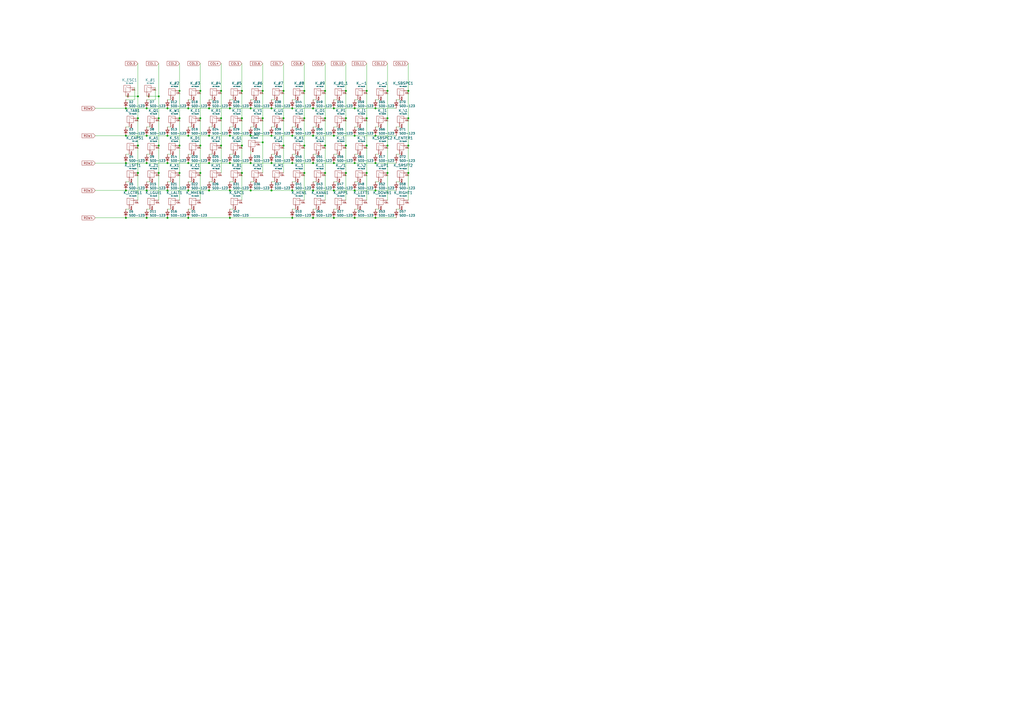
<source format=kicad_sch>
(kicad_sch (version 20230121) (generator eeschema)
  (paper "A2")
  (junction (at 85.09 126.365))
  (junction (at 176.53 100.33))
  (junction (at 133.35 62.865))
  (junction (at 236.855 84.455))
  (junction (at 217.805 126.365))
  (junction (at 157.48 78.74))
  (junction (at 200.66 52.705))
  (junction (at 145.415 94.615))
  (junction (at 188.595 52.705))
  (junction (at 212.725 84.455))
  (junction (at 169.545 94.615))
  (junction (at 73.025 62.865))
  (junction (at 73.025 78.74))
  (junction (at 169.545 78.74))
  (junction (at 157.48 94.615))
  (junction (at 92.075 68.58))
  (junction (at 193.675 110.49))
  (junction (at 205.74 62.865))
  (junction (at 104.14 84.455))
  (junction (at 80.01 55.88))
  (junction (at 181.61 126.365))
  (junction (at 121.285 78.74))
  (junction (at 140.335 52.705))
  (junction (at 121.285 94.615))
  (junction (at 236.855 100.33))
  (junction (at 128.27 68.58))
  (junction (at 121.285 110.49))
  (junction (at 104.14 68.58))
  (junction (at 97.155 110.49))
  (junction (at 121.285 62.865))
  (junction (at 205.74 110.49))
  (junction (at 217.805 94.615))
  (junction (at 152.4 68.58))
  (junction (at 109.22 110.49))
  (junction (at 92.075 100.33))
  (junction (at 109.22 94.615))
  (junction (at 217.805 110.49))
  (junction (at 92.075 84.455))
  (junction (at 145.415 62.865))
  (junction (at 224.79 84.455))
  (junction (at 128.27 52.705))
  (junction (at 116.205 52.705))
  (junction (at 205.74 126.365))
  (junction (at 140.335 84.455))
  (junction (at 109.22 62.865))
  (junction (at 181.61 78.74))
  (junction (at 224.79 52.705))
  (junction (at 205.74 78.74))
  (junction (at 133.35 126.365))
  (junction (at 80.01 84.455))
  (junction (at 104.14 100.33))
  (junction (at 133.35 94.615))
  (junction (at 157.48 110.49))
  (junction (at 193.675 62.865))
  (junction (at 181.61 62.865))
  (junction (at 109.22 78.74))
  (junction (at 164.465 68.58))
  (junction (at 92.075 55.88))
  (junction (at 145.415 78.74))
  (junction (at 145.415 110.49))
  (junction (at 116.205 100.33))
  (junction (at 85.09 110.49))
  (junction (at 97.155 62.865))
  (junction (at 116.205 84.455))
  (junction (at 164.465 52.705))
  (junction (at 85.09 94.615))
  (junction (at 200.66 84.455))
  (junction (at 133.35 78.74))
  (junction (at 188.595 84.455))
  (junction (at 200.66 68.58))
  (junction (at 157.48 62.865))
  (junction (at 181.61 94.615))
  (junction (at 152.4 82.55))
  (junction (at 97.155 126.365))
  (junction (at 97.155 78.74))
  (junction (at 188.595 68.58))
  (junction (at 152.4 52.705))
  (junction (at 85.09 62.865))
  (junction (at 224.79 68.58))
  (junction (at 176.53 84.455))
  (junction (at 80.01 68.58))
  (junction (at 85.09 78.74))
  (junction (at 193.675 94.615))
  (junction (at 236.855 68.58))
  (junction (at 176.53 68.58))
  (junction (at 193.675 78.74))
  (junction (at 236.855 52.705))
  (junction (at 73.025 110.49))
  (junction (at 116.205 68.58))
  (junction (at 97.155 94.615))
  (junction (at 169.545 62.865))
  (junction (at 128.27 84.455))
  (junction (at 212.725 68.58))
  (junction (at 133.35 110.49))
  (junction (at 224.79 100.33))
  (junction (at 169.545 110.49))
  (junction (at 212.725 100.33))
  (junction (at 193.675 126.365))
  (junction (at 217.805 62.865))
  (junction (at 109.22 126.365))
  (junction (at 205.74 94.615))
  (junction (at 169.545 126.365))
  (junction (at 140.335 100.33))
  (junction (at 164.465 84.455))
  (junction (at 104.14 52.705))
  (junction (at 200.66 100.33))
  (junction (at 140.335 68.58))
  (junction (at 80.01 100.33))
  (junction (at 212.725 52.705))
  (junction (at 73.025 126.365))
  (junction (at 181.61 110.49))
  (junction (at 217.805 78.74))
  (junction (at 176.53 52.705))
  (junction (at 73.025 94.615))
  (junction (at 188.595 100.33))
  (wire (pts (xy 164.465 100.33) (xy 164.465 84.455)))
  (wire (pts (xy 73.025 110.49) (xy 85.09 110.49)))
  (wire (pts (xy 140.335 36.83) (xy 140.335 52.705)))
  (wire (pts (xy 224.79 100.33) (xy 224.79 116.205)))
  (wire (pts (xy 169.545 89.535) (xy 171.45 89.535)))
  (wire (pts (xy 145.415 105.41) (xy 147.32 105.41)))
  (wire (pts (xy 104.14 100.33) (xy 104.14 116.205)))
  (wire (pts (xy 145.415 94.615) (xy 133.35 94.615)))
  (wire (pts (xy 169.545 121.285) (xy 171.45 121.285)))
  (wire (pts (xy 169.545 110.49) (xy 181.61 110.49)))
  (wire (pts (xy 92.075 68.58) (xy 92.075 84.455)))
  (wire (pts (xy 92.075 100.33) (xy 92.075 116.205)))
  (wire (pts (xy 181.61 78.74) (xy 169.545 78.74)))
  (wire (pts (xy 181.61 121.285) (xy 183.515 121.285)))
  (wire (pts (xy 121.285 78.74) (xy 109.22 78.74)))
  (wire (pts (xy 97.155 94.615) (xy 85.09 94.615)))
  (wire (pts (xy 212.725 100.33) (xy 212.725 116.205)))
  (wire (pts (xy 195.58 105.41) (xy 193.675 105.41)))
  (wire (pts (xy 73.025 94.615) (xy 55.245 94.615)))
  (wire (pts (xy 85.09 62.865) (xy 97.155 62.865)))
  (wire (pts (xy 97.155 105.41) (xy 99.06 105.41)))
  (wire (pts (xy 97.155 62.865) (xy 109.22 62.865)))
  (wire (pts (xy 85.09 73.66) (xy 86.995 73.66)))
  (wire (pts (xy 97.155 57.785) (xy 99.06 57.785)))
  (wire (pts (xy 152.4 52.705) (xy 152.4 36.83)))
  (wire (pts (xy 152.4 68.58) (xy 152.4 52.705)))
  (wire (pts (xy 97.155 110.49) (xy 109.22 110.49)))
  (wire (pts (xy 236.855 36.83) (xy 236.855 52.705)))
  (wire (pts (xy 193.675 126.365) (xy 205.74 126.365)))
  (wire (pts (xy 80.01 36.83) (xy 80.01 55.88)))
  (wire (pts (xy 128.27 84.455) (xy 128.27 100.33)))
  (wire (pts (xy 85.09 105.41) (xy 86.995 105.41)))
  (wire (pts (xy 188.595 68.58) (xy 188.595 84.455)))
  (wire (pts (xy 121.285 94.615) (xy 109.22 94.615)))
  (wire (pts (xy 92.075 100.33) (xy 92.075 84.455)))
  (wire (pts (xy 121.285 73.66) (xy 123.19 73.66)))
  (wire (pts (xy 205.74 110.49) (xy 217.805 110.49)))
  (wire (pts (xy 236.855 52.705) (xy 236.855 68.58)))
  (wire (pts (xy 217.805 94.615) (xy 205.74 94.615)))
  (wire (pts (xy 205.74 126.365) (xy 217.805 126.365)))
  (wire (pts (xy 116.205 36.83) (xy 116.205 52.705)))
  (wire (pts (xy 217.805 105.41) (xy 219.71 105.41)))
  (wire (pts (xy 92.075 36.83) (xy 92.075 55.88)))
  (wire (pts (xy 224.79 68.58) (xy 224.79 84.455)))
  (wire (pts (xy 73.025 89.535) (xy 74.93 89.535)))
  (wire (pts (xy 224.79 84.455) (xy 224.79 100.33)))
  (wire (pts (xy 97.155 89.535) (xy 99.06 89.535)))
  (wire (pts (xy 150.495 82.55) (xy 152.4 82.55)))
  (wire (pts (xy 164.465 52.705) (xy 164.465 68.58)))
  (wire (pts (xy 229.87 89.535) (xy 231.775 89.535)))
  (wire (pts (xy 104.14 52.705) (xy 104.14 36.83)))
  (wire (pts (xy 133.35 94.615) (xy 121.285 94.615)))
  (wire (pts (xy 104.14 84.455) (xy 104.14 68.58)))
  (wire (pts (xy 181.61 73.66) (xy 183.515 73.66)))
  (wire (pts (xy 133.35 126.365) (xy 169.545 126.365)))
  (wire (pts (xy 109.22 78.74) (xy 97.155 78.74)))
  (wire (pts (xy 133.35 78.74) (xy 121.285 78.74)))
  (wire (pts (xy 212.725 100.33) (xy 212.725 84.455)))
  (wire (pts (xy 97.155 78.74) (xy 85.09 78.74)))
  (wire (pts (xy 176.53 100.33) (xy 176.53 116.205)))
  (wire (pts (xy 85.09 57.785) (xy 90.17 57.785)))
  (wire (pts (xy 224.79 68.58) (xy 224.79 52.705)))
  (wire (pts (xy 80.01 84.455) (xy 80.01 100.33)))
  (wire (pts (xy 205.74 89.535) (xy 207.645 89.535)))
  (wire (pts (xy 176.53 68.58) (xy 176.53 52.705)))
  (wire (pts (xy 121.285 110.49) (xy 133.35 110.49)))
  (wire (pts (xy 73.025 55.88) (xy 80.01 55.88)))
  (wire (pts (xy 157.48 89.535) (xy 159.385 89.535)))
  (wire (pts (xy 145.415 57.785) (xy 147.32 57.785)))
  (wire (pts (xy 85.09 94.615) (xy 73.025 94.615)))
  (wire (pts (xy 193.675 110.49) (xy 205.74 110.49)))
  (wire (pts (xy 193.675 73.66) (xy 195.58 73.66)))
  (wire (pts (xy 217.805 89.535) (xy 219.71 89.535)))
  (wire (pts (xy 193.675 89.535) (xy 195.58 89.535)))
  (wire (pts (xy 116.205 52.705) (xy 116.205 68.58)))
  (wire (pts (xy 217.805 110.49) (xy 229.87 110.49)))
  (wire (pts (xy 80.01 68.58) (xy 80.01 84.455)))
  (wire (pts (xy 169.545 73.66) (xy 171.45 73.66)))
  (wire (pts (xy 200.66 100.33) (xy 200.66 116.205)))
  (wire (pts (xy 73.025 110.49) (xy 55.245 110.49)))
  (wire (pts (xy 128.27 52.705) (xy 128.27 36.83)))
  (wire (pts (xy 97.155 73.66) (xy 99.06 73.66)))
  (wire (pts (xy 212.725 52.705) (xy 212.725 68.58)))
  (wire (pts (xy 169.545 105.41) (xy 171.45 105.41)))
  (wire (pts (xy 109.22 105.41) (xy 111.125 105.41)))
  (wire (pts (xy 133.35 62.865) (xy 145.415 62.865)))
  (wire (pts (xy 73.025 78.74) (xy 55.245 78.74)))
  (wire (pts (xy 193.675 94.615) (xy 181.61 94.615)))
  (wire (pts (xy 109.22 73.66) (xy 111.125 73.66)))
  (wire (pts (xy 133.35 110.49) (xy 145.415 110.49)))
  (wire (pts (xy 152.4 82.55) (xy 152.4 100.33)))
  (wire (pts (xy 217.805 73.66) (xy 219.71 73.66)))
  (wire (pts (xy 181.61 110.49) (xy 193.675 110.49)))
  (wire (pts (xy 97.155 126.365) (xy 109.22 126.365)))
  (wire (pts (xy 109.22 110.49) (xy 121.285 110.49)))
  (wire (pts (xy 169.545 94.615) (xy 157.48 94.615)))
  (wire (pts (xy 133.35 73.66) (xy 135.255 73.66)))
  (wire (pts (xy 109.22 94.615) (xy 97.155 94.615)))
  (wire (pts (xy 200.66 84.455) (xy 200.66 100.33)))
  (wire (pts (xy 193.675 78.74) (xy 181.61 78.74)))
  (wire (pts (xy 116.205 100.33) (xy 116.205 84.455)))
  (wire (pts (xy 169.545 62.865) (xy 181.61 62.865)))
  (wire (pts (xy 176.53 52.705) (xy 176.53 36.83)))
  (wire (pts (xy 157.48 73.66) (xy 159.385 73.66)))
  (wire (pts (xy 229.87 94.615) (xy 217.805 94.615)))
  (wire (pts (xy 145.415 87.63) (xy 145.415 89.535)))
  (wire (pts (xy 188.595 52.705) (xy 188.595 68.58)))
  (wire (pts (xy 73.025 57.785) (xy 78.105 57.785)))
  (wire (pts (xy 205.74 105.41) (xy 207.645 105.41)))
  (wire (pts (xy 133.35 105.41) (xy 135.255 105.41)))
  (wire (pts (xy 121.285 62.865) (xy 133.35 62.865)))
  (wire (pts (xy 92.075 55.88) (xy 92.075 68.58)))
  (wire (pts (xy 193.675 121.285) (xy 195.58 121.285)))
  (wire (pts (xy 140.335 52.705) (xy 140.335 68.58)))
  (wire (pts (xy 188.595 100.33) (xy 188.595 116.205)))
  (wire (pts (xy 217.805 62.865) (xy 229.87 62.865)))
  (wire (pts (xy 121.285 89.535) (xy 123.19 89.535)))
  (wire (pts (xy 133.35 57.785) (xy 135.255 57.785)))
  (wire (pts (xy 181.61 57.785) (xy 183.515 57.785)))
  (wire (pts (xy 109.22 121.285) (xy 111.125 121.285)))
  (wire (pts (xy 181.61 126.365) (xy 193.675 126.365)))
  (wire (pts (xy 157.48 110.49) (xy 169.545 110.49)))
  (wire (pts (xy 217.805 78.74) (xy 205.74 78.74)))
  (wire (pts (xy 205.74 78.74) (xy 193.675 78.74)))
  (wire (pts (xy 78.105 50.8) (xy 78.105 57.785)))
  (wire (pts (xy 55.245 62.865) (xy 73.025 62.865)))
  (wire (pts (xy 188.595 36.83) (xy 188.595 52.705)))
  (wire (pts (xy 229.87 57.785) (xy 231.775 57.785)))
  (wire (pts (xy 104.14 68.58) (xy 104.14 52.705)))
  (wire (pts (xy 205.74 62.865) (xy 217.805 62.865)))
  (wire (pts (xy 145.415 73.66) (xy 147.32 73.66)))
  (wire (pts (xy 73.025 73.66) (xy 74.93 73.66)))
  (wire (pts (xy 85.09 110.49) (xy 97.155 110.49)))
  (wire (pts (xy 212.725 36.83) (xy 212.725 52.705)))
  (wire (pts (xy 217.805 126.365) (xy 229.87 126.365)))
  (wire (pts (xy 80.01 116.205) (xy 80.01 100.33)))
  (wire (pts (xy 205.74 121.285) (xy 207.645 121.285)))
  (wire (pts (xy 157.48 105.41) (xy 159.385 105.41)))
  (wire (pts (xy 236.855 84.455) (xy 236.855 100.33)))
  (wire (pts (xy 121.285 57.785) (xy 123.19 57.785)))
  (wire (pts (xy 200.66 52.705) (xy 200.66 36.83)))
  (wire (pts (xy 121.285 105.41) (xy 123.19 105.41)))
  (wire (pts (xy 236.855 100.33) (xy 236.855 116.205)))
  (wire (pts (xy 176.53 84.455) (xy 176.53 68.58)))
  (wire (pts (xy 236.855 68.58) (xy 236.855 84.455)))
  (wire (pts (xy 229.87 78.74) (xy 217.805 78.74)))
  (wire (pts (xy 133.35 89.535) (xy 135.255 89.535)))
  (wire (pts (xy 90.17 50.8) (xy 90.17 57.785)))
  (wire (pts (xy 181.61 94.615) (xy 169.545 94.615)))
  (wire (pts (xy 157.48 62.865) (xy 169.545 62.865)))
  (wire (pts (xy 145.415 62.865) (xy 157.48 62.865)))
  (wire (pts (xy 73.025 121.285) (xy 74.93 121.285)))
  (wire (pts (xy 224.79 52.705) (xy 224.79 36.83)))
  (wire (pts (xy 157.48 78.74) (xy 145.415 78.74)))
  (wire (pts (xy 200.66 68.58) (xy 200.66 52.705)))
  (wire (pts (xy 217.805 57.785) (xy 219.71 57.785)))
  (wire (pts (xy 85.09 78.74) (xy 73.025 78.74)))
  (wire (pts (xy 188.595 100.33) (xy 188.595 84.455)))
  (wire (pts (xy 133.35 121.285) (xy 135.255 121.285)))
  (wire (pts (xy 109.22 62.865) (xy 121.285 62.865)))
  (wire (pts (xy 205.74 94.615) (xy 193.675 94.615)))
  (wire (pts (xy 205.74 73.66) (xy 207.645 73.66)))
  (wire (pts (xy 193.675 57.785) (xy 195.58 57.785)))
  (wire (pts (xy 140.335 100.33) (xy 140.335 116.205)))
  (wire (pts (xy 109.22 126.365) (xy 133.35 126.365)))
  (wire (pts (xy 157.48 57.785) (xy 159.385 57.785)))
  (wire (pts (xy 97.155 121.285) (xy 99.06 121.285)))
  (wire (pts (xy 109.22 89.535) (xy 111.125 89.535)))
  (wire (pts (xy 181.61 89.535) (xy 183.515 89.535)))
  (wire (pts (xy 229.87 121.285) (xy 231.775 121.285)))
  (wire (pts (xy 200.66 84.455) (xy 200.66 68.58)))
  (wire (pts (xy 85.09 55.88) (xy 92.075 55.88)))
  (wire (pts (xy 128.27 68.58) (xy 128.27 52.705)))
  (wire (pts (xy 145.415 110.49) (xy 157.48 110.49)))
  (wire (pts (xy 212.725 68.58) (xy 212.725 84.455)))
  (wire (pts (xy 85.09 126.365) (xy 97.155 126.365)))
  (wire (pts (xy 73.025 126.365) (xy 55.245 126.365)))
  (wire (pts (xy 217.805 121.285) (xy 219.71 121.285)))
  (wire (pts (xy 229.87 105.41) (xy 231.775 105.41)))
  (wire (pts (xy 164.465 68.58) (xy 164.465 84.455)))
  (wire (pts (xy 183.515 105.41) (xy 181.61 105.41)))
  (wire (pts (xy 205.74 57.785) (xy 207.645 57.785)))
  (wire (pts (xy 164.465 36.83) (xy 164.465 52.705)))
  (wire (pts (xy 128.27 84.455) (xy 128.27 68.58)))
  (wire (pts (xy 116.205 100.33) (xy 116.205 116.205)))
  (wire (pts (xy 169.545 78.74) (xy 157.48 78.74)))
  (wire (pts (xy 80.01 55.88) (xy 80.01 68.58)))
  (wire (pts (xy 140.335 68.58) (xy 140.335 84.455)))
  (wire (pts (xy 229.87 73.66) (xy 231.775 73.66)))
  (wire (pts (xy 152.4 68.58) (xy 152.4 82.55)))
  (wire (pts (xy 73.025 105.41) (xy 74.93 105.41)))
  (wire (pts (xy 85.09 121.285) (xy 86.995 121.285)))
  (wire (pts (xy 145.415 78.74) (xy 133.35 78.74)))
  (wire (pts (xy 73.025 62.865) (xy 85.09 62.865)))
  (wire (pts (xy 157.48 94.615) (xy 145.415 94.615)))
  (wire (pts (xy 85.09 89.535) (xy 86.995 89.535)))
  (wire (pts (xy 104.14 84.455) (xy 104.14 100.33)))
  (wire (pts (xy 169.545 57.785) (xy 171.45 57.785)))
  (wire (pts (xy 109.22 57.785) (xy 111.125 57.785)))
  (wire (pts (xy 140.335 84.455) (xy 140.335 100.33)))
  (wire (pts (xy 169.545 126.365) (xy 181.61 126.365)))
  (wire (pts (xy 193.675 62.865) (xy 205.74 62.865)))
  (wire (pts (xy 176.53 84.455) (xy 176.53 100.33)))
  (wire (pts (xy 116.205 68.58) (xy 116.205 84.455)))
  (wire (pts (xy 181.61 62.865) (xy 193.675 62.865)))
  (wire (pts (xy 73.025 126.365) (xy 85.09 126.365)))
  (global_label "COL1" (shape input) (at 92.075 36.83 180) (property "Intersheetrefs" "${INTERSHEET_REFS}" (effects hide)))
  (global_label "COL9" (shape input) (at 188.595 36.83 180) (property "Intersheetrefs" "${INTERSHEET_REFS}" (effects hide)))
  (global_label "COL4" (shape input) (at 128.27 36.83 180) (property "Intersheetrefs" "${INTERSHEET_REFS}" (effects hide)))
  (global_label "COL3" (shape input) (at 116.205 36.83 180) (property "Intersheetrefs" "${INTERSHEET_REFS}" (effects hide)))
  (global_label "COL11" (shape input) (at 212.725 36.83 180) (property "Intersheetrefs" "${INTERSHEET_REFS}" (effects hide)))
  (global_label "COL8" (shape input) (at 176.53 36.83 180) (property "Intersheetrefs" "${INTERSHEET_REFS}" (effects hide)))
  (global_label "COL13" (shape input) (at 236.855 36.83 180) (property "Intersheetrefs" "${INTERSHEET_REFS}" (effects hide)))
  (global_label "COL2" (shape input) (at 104.14 36.83 180) (property "Intersheetrefs" "${INTERSHEET_REFS}" (effects hide)))
  (global_label "ROW4" (shape input) (at 55.245 126.365 180) (property "Intersheetrefs" "${INTERSHEET_REFS}" (effects hide)))
  (global_label "ROW1" (shape input) (at 55.245 78.74 180) (property "Intersheetrefs" "${INTERSHEET_REFS}" (effects hide)))
  (global_label "COL0" (shape input) (at 80.01 36.83 180) (property "Intersheetrefs" "${INTERSHEET_REFS}" (effects hide)))
  (global_label "COL7" (shape input) (at 164.465 36.83 180) (property "Intersheetrefs" "${INTERSHEET_REFS}" (effects hide)))
  (global_label "COL6" (shape input) (at 152.4 36.83 180) (property "Intersheetrefs" "${INTERSHEET_REFS}" (effects hide)))
  (global_label "ROW3" (shape input) (at 55.245 110.49 180) (property "Intersheetrefs" "${INTERSHEET_REFS}" (effects hide)))
  (global_label "ROW2" (shape input) (at 55.245 94.615 180) (property "Intersheetrefs" "${INTERSHEET_REFS}" (effects hide)))
  (global_label "COL12" (shape input) (at 224.79 36.83 180) (property "Intersheetrefs" "${INTERSHEET_REFS}" (effects hide)))
  (global_label "COL10" (shape input) (at 200.66 36.83 180) (property "Intersheetrefs" "${INTERSHEET_REFS}" (effects hide)))
  (global_label "COL5" (shape input) (at 140.335 36.83 180) (property "Intersheetrefs" "${INTERSHEET_REFS}" (effects hide)))
  (global_label "ROW0" (shape input) (at 55.245 62.865 180) (property "Intersheetrefs" "${INTERSHEET_REFS}" (effects hide)))
  (symbol (lib_id "JP60-rescue:MX-NoLED-MX_Alps_Hybrid") (at 74.295 52.07 0) (unit 1)
    (property "Reference" "K_ESC1" (at 75.1332 46.4058 0) (effects (font (size 1.524 1.524))))
    (property "Value" "MX-NoLED" (at 75.1332 48.2854 0) (effects (font (size 0.508 0.508))))
    (property "Footprint" "kbd_SW:CherryMX_Hotswap_1u" (effects hide))
  )
  (symbol (lib_id "Device:D_Small") (at 73.025 60.325 90) (unit 1)
    (property "Reference" "D2" (at 74.7522 59.1566 90) (effects (justify right)))
    (property "Value" "SOD-123" (at 74.7522 61.468 90) (effects (justify right)))
    (property "Footprint" "Diode_SMD:D_SOD-123" (effects hide))
  )
  (symbol (lib_id "JP60-rescue:MX-NoLED-MX_Alps_Hybrid") (at 86.36 52.07 0) (unit 1)
    (property "Reference" "K_#1" (at 87.1982 46.4058 0) (effects (font (size 1.524 1.524))))
    (property "Value" "MX-NoLED" (at 87.1982 48.2854 0) (effects (font (size 0.508 0.508))))
    (property "Footprint" "kbd_SW:CherryMX_Hotswap_1u" (effects hide))
  )
  (symbol (lib_id "Device:D_Small") (at 85.09 60.325 90) (unit 1)
    (property "Reference" "D7" (at 86.8172 59.1566 90) (effects (justify right)))
    (property "Value" "SOD-123" (at 86.8172 61.468 90) (effects (justify right)))
    (property "Footprint" "Diode_SMD:D_SOD-123" (effects hide))
  )
  (symbol (lib_id "JP60-rescue:MX-NoLED-MX_Alps_Hybrid") (at 100.33 53.975 0) (unit 1)
    (property "Reference" "K_#2" (at 101.1682 48.3108 0) (effects (font (size 1.524 1.524))))
    (property "Value" "MX-NoLED" (at 101.1682 50.1904 0) (effects (font (size 0.508 0.508))))
    (property "Footprint" "kbd_SW:CherryMX_Hotswap_1u" (effects hide))
  )
  (symbol (lib_id "Device:D_Small") (at 97.155 60.325 90) (unit 1)
    (property "Reference" "D12" (at 98.8822 59.1566 90) (effects (justify right)))
    (property "Value" "SOD-123" (at 98.8822 61.468 90) (effects (justify right)))
    (property "Footprint" "Diode_SMD:D_SOD-123" (effects hide))
  )
  (symbol (lib_id "JP60-rescue:MX-NoLED-MX_Alps_Hybrid") (at 112.395 53.975 0) (unit 1)
    (property "Reference" "K_#3" (at 113.2332 48.3108 0) (effects (font (size 1.524 1.524))))
    (property "Value" "MX-NoLED" (at 113.2332 50.1904 0) (effects (font (size 0.508 0.508))))
    (property "Footprint" "kbd_SW:CherryMX_Hotswap_1u" (effects hide))
  )
  (symbol (lib_id "Device:D_Small") (at 109.22 60.325 90) (unit 1)
    (property "Reference" "D18" (at 110.9472 59.1566 90) (effects (justify right)))
    (property "Value" "SOD-123" (at 110.9472 61.468 90) (effects (justify right)))
    (property "Footprint" "Diode_SMD:D_SOD-123" (effects hide))
  )
  (symbol (lib_id "JP60-rescue:MX-NoLED-MX_Alps_Hybrid") (at 124.46 53.975 0) (unit 1)
    (property "Reference" "K_#4" (at 125.2982 48.3108 0) (effects (font (size 1.524 1.524))))
    (property "Value" "MX-NoLED" (at 125.2982 50.1904 0) (effects (font (size 0.508 0.508))))
    (property "Footprint" "kbd_SW:CherryMX_Hotswap_1u" (effects hide))
  )
  (symbol (lib_id "Device:D_Small") (at 121.285 60.325 90) (unit 1)
    (property "Reference" "D23" (at 123.0122 59.1566 90) (effects (justify right)))
    (property "Value" "SOD-123" (at 123.0122 61.468 90) (effects (justify right)))
    (property "Footprint" "Diode_SMD:D_SOD-123" (effects hide))
  )
  (symbol (lib_id "JP60-rescue:MX-NoLED-MX_Alps_Hybrid") (at 136.525 53.975 0) (unit 1)
    (property "Reference" "K_#5" (at 137.3632 48.3108 0) (effects (font (size 1.524 1.524))))
    (property "Value" "MX-NoLED" (at 137.3632 50.1904 0) (effects (font (size 0.508 0.508))))
    (property "Footprint" "kbd_SW:CherryMX_Hotswap_1u" (effects hide))
  )
  (symbol (lib_id "Device:D_Small") (at 133.35 60.325 90) (unit 1)
    (property "Reference" "D28" (at 135.0772 59.1566 90) (effects (justify right)))
    (property "Value" "SOD-123" (at 135.0772 61.468 90) (effects (justify right)))
    (property "Footprint" "Diode_SMD:D_SOD-123" (effects hide))
  )
  (symbol (lib_id "JP60-rescue:MX-NoLED-MX_Alps_Hybrid") (at 148.59 53.975 0) (unit 1)
    (property "Reference" "K_#6" (at 149.4282 48.3108 0) (effects (font (size 1.524 1.524))))
    (property "Value" "MX-NoLED" (at 149.4282 50.1904 0) (effects (font (size 0.508 0.508))))
    (property "Footprint" "kbd_SW:CherryMX_Hotswap_1u" (effects hide))
  )
  (symbol (lib_id "Device:D_Small") (at 145.415 60.325 90) (unit 1)
    (property "Reference" "D33" (at 147.1422 59.1566 90) (effects (justify right)))
    (property "Value" "SOD-123" (at 147.1422 61.468 90) (effects (justify right)))
    (property "Footprint" "Diode_SMD:D_SOD-123" (effects hide))
  )
  (symbol (lib_id "JP60-rescue:MX-NoLED-MX_Alps_Hybrid") (at 160.655 53.975 0) (unit 1)
    (property "Reference" "K_#7" (at 161.4932 48.3108 0) (effects (font (size 1.524 1.524))))
    (property "Value" "MX-NoLED" (at 161.4932 50.1904 0) (effects (font (size 0.508 0.508))))
    (property "Footprint" "kbd_SW:CherryMX_Hotswap_1u" (effects hide))
  )
  (symbol (lib_id "Device:D_Small") (at 157.48 60.325 90) (unit 1)
    (property "Reference" "D38" (at 159.2072 59.1566 90) (effects (justify right)))
    (property "Value" "SOD-123" (at 159.2072 61.468 90) (effects (justify right)))
    (property "Footprint" "Diode_SMD:D_SOD-123" (effects hide))
  )
  (symbol (lib_id "JP60-rescue:MX-NoLED-MX_Alps_Hybrid") (at 172.72 53.975 0) (unit 1)
    (property "Reference" "K_#8" (at 173.5582 48.3108 0) (effects (font (size 1.524 1.524))))
    (property "Value" "MX-NoLED" (at 173.5582 50.1904 0) (effects (font (size 0.508 0.508))))
    (property "Footprint" "kbd_SW:CherryMX_Hotswap_1u" (effects hide))
  )
  (symbol (lib_id "Device:D_Small") (at 169.545 60.325 90) (unit 1)
    (property "Reference" "D44" (at 171.2722 59.1566 90) (effects (justify right)))
    (property "Value" "SOD-123" (at 171.2722 61.468 90) (effects (justify right)))
    (property "Footprint" "Diode_SMD:D_SOD-123" (effects hide))
  )
  (symbol (lib_id "JP60-rescue:MX-NoLED-MX_Alps_Hybrid") (at 184.785 53.975 0) (unit 1)
    (property "Reference" "K_#9" (at 185.6232 48.3108 0) (effects (font (size 1.524 1.524))))
    (property "Value" "MX-NoLED" (at 185.6232 50.1904 0) (effects (font (size 0.508 0.508))))
    (property "Footprint" "kbd_SW:CherryMX_Hotswap_1u" (effects hide))
  )
  (symbol (lib_id "Device:D_Small") (at 181.61 60.325 90) (unit 1)
    (property "Reference" "D49" (at 183.3372 59.1566 90) (effects (justify right)))
    (property "Value" "SOD-123" (at 183.3372 61.468 90) (effects (justify right)))
    (property "Footprint" "Diode_SMD:D_SOD-123" (effects hide))
  )
  (symbol (lib_id "JP60-rescue:MX-NoLED-MX_Alps_Hybrid") (at 196.85 53.975 0) (unit 1)
    (property "Reference" "K_#0_1" (at 197.6882 48.3108 0) (effects (font (size 1.524 1.524))))
    (property "Value" "MX-NoLED" (at 197.6882 50.1904 0) (effects (font (size 0.508 0.508))))
    (property "Footprint" "kbd_SW:CherryMX_Hotswap_1u" (effects hide))
  )
  (symbol (lib_id "Device:D_Small") (at 193.675 60.325 90) (unit 1)
    (property "Reference" "D54" (at 195.4022 59.1566 90) (effects (justify right)))
    (property "Value" "SOD-123" (at 195.4022 61.468 90) (effects (justify right)))
    (property "Footprint" "Diode_SMD:D_SOD-123" (effects hide))
  )
  (symbol (lib_id "JP60-rescue:MX-NoLED-MX_Alps_Hybrid") (at 208.915 53.975 0) (unit 1)
    (property "Reference" "K_-1" (at 209.7532 48.3108 0) (effects (font (size 1.524 1.524))))
    (property "Value" "MX-NoLED" (at 209.7532 50.1904 0) (effects (font (size 0.508 0.508))))
    (property "Footprint" "kbd_SW:CherryMX_Hotswap_1u" (effects hide))
  )
  (symbol (lib_id "Device:D_Small") (at 205.74 60.325 90) (unit 1)
    (property "Reference" "D59" (at 207.4672 59.1566 90) (effects (justify right)))
    (property "Value" "SOD-123" (at 207.4672 61.468 90) (effects (justify right)))
    (property "Footprint" "Diode_SMD:D_SOD-123" (effects hide))
  )
  (symbol (lib_id "JP60-rescue:MX-NoLED-MX_Alps_Hybrid") (at 220.98 53.975 0) (unit 1)
    (property "Reference" "K_=1" (at 221.8182 48.3108 0) (effects (font (size 1.524 1.524))))
    (property "Value" "MX-NoLED" (at 221.8182 50.1904 0) (effects (font (size 0.508 0.508))))
    (property "Footprint" "kbd_SW:CherryMX_Hotswap_1u" (effects hide))
  )
  (symbol (lib_id "Device:D_Small") (at 217.805 60.325 90) (unit 1)
    (property "Reference" "D65" (at 219.5322 59.1566 90) (effects (justify right)))
    (property "Value" "SOD-123" (at 219.5322 61.468 90) (effects (justify right)))
    (property "Footprint" "Diode_SMD:D_SOD-123" (effects hide))
  )
  (symbol (lib_id "JP60-rescue:MX-NoLED-MX_Alps_Hybrid") (at 233.045 53.975 0) (unit 1)
    (property "Reference" "K_SBSPC1" (at 233.8832 48.3108 0) (effects (font (size 1.524 1.524))))
    (property "Value" "MX-NoLED" (at 233.8832 50.1904 0) (effects (font (size 0.508 0.508))))
    (property "Footprint" "kbd_SW:CherryMX_Hotswap_1u" (effects hide))
  )
  (symbol (lib_id "Device:D_Small") (at 229.87 60.325 90) (unit 1)
    (property "Reference" "D70" (at 231.5972 59.1566 90) (effects (justify right)))
    (property "Value" "SOD-123" (at 231.5972 61.468 90) (effects (justify right)))
    (property "Footprint" "Diode_SMD:D_SOD-123" (effects hide))
  )
  (symbol (lib_id "JP60-rescue:MX-NoLED-MX_Alps_Hybrid") (at 76.2 69.85 0) (unit 1)
    (property "Reference" "K_TAB1" (at 77.0382 64.1858 0) (effects (font (size 1.524 1.524))))
    (property "Value" "MX-NoLED" (at 77.0382 66.0654 0) (effects (font (size 0.508 0.508))))
    (property "Footprint" "kbd_SW:CherryMX_Hotswap_1.5u" (effects hide))
  )
  (symbol (lib_id "Device:D_Small") (at 73.025 76.2 90) (unit 1)
    (property "Reference" "D3" (at 74.7522 75.0316 90) (effects (justify right)))
    (property "Value" "SOD-123" (at 74.7522 77.343 90) (effects (justify right)))
    (property "Footprint" "Diode_SMD:D_SOD-123" (effects hide))
  )
  (symbol (lib_id "JP60-rescue:MX-NoLED-MX_Alps_Hybrid") (at 88.265 69.85 0) (unit 1)
    (property "Reference" "K_Q1" (at 89.1032 64.1858 0) (effects (font (size 1.524 1.524))))
    (property "Value" "MX-NoLED" (at 89.1032 66.0654 0) (effects (font (size 0.508 0.508))))
    (property "Footprint" "kbd_SW:CherryMX_Hotswap_1u" (effects hide))
  )
  (symbol (lib_id "Device:D_Small") (at 85.09 76.2 90) (unit 1)
    (property "Reference" "D8" (at 86.8172 75.0316 90) (effects (justify right)))
    (property "Value" "SOD-123" (at 86.8172 77.343 90) (effects (justify right)))
    (property "Footprint" "Diode_SMD:D_SOD-123" (effects hide))
  )
  (symbol (lib_id "JP60-rescue:MX-NoLED-MX_Alps_Hybrid") (at 100.33 69.85 0) (unit 1)
    (property "Reference" "K_W1" (at 101.1682 64.1858 0) (effects (font (size 1.524 1.524))))
    (property "Value" "MX-NoLED" (at 101.1682 66.0654 0) (effects (font (size 0.508 0.508))))
    (property "Footprint" "kbd_SW:CherryMX_Hotswap_1u" (effects hide))
  )
  (symbol (lib_id "Device:D_Small") (at 97.155 76.2 90) (unit 1)
    (property "Reference" "D13" (at 98.8822 75.0316 90) (effects (justify right)))
    (property "Value" "SOD-123" (at 98.8822 77.343 90) (effects (justify right)))
    (property "Footprint" "Diode_SMD:D_SOD-123" (effects hide))
  )
  (symbol (lib_id "JP60-rescue:MX-NoLED-MX_Alps_Hybrid") (at 112.395 69.85 0) (unit 1)
    (property "Reference" "K_E1" (at 113.2332 64.1858 0) (effects (font (size 1.524 1.524))))
    (property "Value" "MX-NoLED" (at 113.2332 66.0654 0) (effects (font (size 0.508 0.508))))
    (property "Footprint" "kbd_SW:CherryMX_Hotswap_1u" (effects hide))
  )
  (symbol (lib_id "Device:D_Small") (at 109.22 76.2 90) (unit 1)
    (property "Reference" "D19" (at 110.9472 75.0316 90) (effects (justify right)))
    (property "Value" "SOD-123" (at 110.9472 77.343 90) (effects (justify right)))
    (property "Footprint" "Diode_SMD:D_SOD-123" (effects hide))
  )
  (symbol (lib_id "JP60-rescue:MX-NoLED-MX_Alps_Hybrid") (at 124.46 69.85 0) (unit 1)
    (property "Reference" "K_R1" (at 125.2982 64.1858 0) (effects (font (size 1.524 1.524))))
    (property "Value" "MX-NoLED" (at 125.2982 66.0654 0) (effects (font (size 0.508 0.508))))
    (property "Footprint" "kbd_SW:CherryMX_Hotswap_1u" (effects hide))
  )
  (symbol (lib_id "Device:D_Small") (at 121.285 76.2 90) (unit 1)
    (property "Reference" "D24" (at 123.0122 75.0316 90) (effects (justify right)))
    (property "Value" "SOD-123" (at 123.0122 77.343 90) (effects (justify right)))
    (property "Footprint" "Diode_SMD:D_SOD-123" (effects hide))
  )
  (symbol (lib_id "JP60-rescue:MX-NoLED-MX_Alps_Hybrid") (at 136.525 69.85 0) (unit 1)
    (property "Reference" "K_T1" (at 137.3632 64.1858 0) (effects (font (size 1.524 1.524))))
    (property "Value" "MX-NoLED" (at 137.3632 66.0654 0) (effects (font (size 0.508 0.508))))
    (property "Footprint" "kbd_SW:CherryMX_Hotswap_1u" (effects hide))
  )
  (symbol (lib_id "Device:D_Small") (at 133.35 76.2 90) (unit 1)
    (property "Reference" "D29" (at 135.0772 75.0316 90) (effects (justify right)))
    (property "Value" "SOD-123" (at 135.0772 77.343 90) (effects (justify right)))
    (property "Footprint" "Diode_SMD:D_SOD-123" (effects hide))
  )
  (symbol (lib_id "JP60-rescue:MX-NoLED-MX_Alps_Hybrid") (at 148.59 69.85 0) (unit 1)
    (property "Reference" "K_Y1" (at 149.4282 64.1858 0) (effects (font (size 1.524 1.524))))
    (property "Value" "MX-NoLED" (at 149.4282 66.0654 0) (effects (font (size 0.508 0.508))))
    (property "Footprint" "kbd_SW:CherryMX_Hotswap_1u" (effects hide))
  )
  (symbol (lib_id "Device:D_Small") (at 145.415 76.2 90) (unit 1)
    (property "Reference" "D34" (at 147.1422 75.0316 90) (effects (justify right)))
    (property "Value" "SOD-123" (at 147.1422 77.343 90) (effects (justify right)))
    (property "Footprint" "Diode_SMD:D_SOD-123" (effects hide))
  )
  (symbol (lib_id "JP60-rescue:MX-NoLED-MX_Alps_Hybrid") (at 160.655 69.85 0) (unit 1)
    (property "Reference" "K_U1" (at 161.4932 64.1858 0) (effects (font (size 1.524 1.524))))
    (property "Value" "MX-NoLED" (at 161.4932 66.0654 0) (effects (font (size 0.508 0.508))))
    (property "Footprint" "kbd_SW:CherryMX_Hotswap_1u" (effects hide))
  )
  (symbol (lib_id "Device:D_Small") (at 157.48 76.2 90) (unit 1)
    (property "Reference" "D39" (at 159.2072 75.0316 90) (effects (justify right)))
    (property "Value" "SOD-123" (at 159.2072 77.343 90) (effects (justify right)))
    (property "Footprint" "Diode_SMD:D_SOD-123" (effects hide))
  )
  (symbol (lib_id "JP60-rescue:MX-NoLED-MX_Alps_Hybrid") (at 172.72 69.85 0) (unit 1)
    (property "Reference" "K_I1" (at 173.5582 64.1858 0) (effects (font (size 1.524 1.524))))
    (property "Value" "MX-NoLED" (at 173.5582 66.0654 0) (effects (font (size 0.508 0.508))))
    (property "Footprint" "kbd_SW:CherryMX_Hotswap_1u" (effects hide))
  )
  (symbol (lib_id "Device:D_Small") (at 169.545 76.2 90) (unit 1)
    (property "Reference" "D45" (at 171.2722 75.0316 90) (effects (justify right)))
    (property "Value" "SOD-123" (at 171.2722 77.343 90) (effects (justify right)))
    (property "Footprint" "Diode_SMD:D_SOD-123" (effects hide))
  )
  (symbol (lib_id "JP60-rescue:MX-NoLED-MX_Alps_Hybrid") (at 184.785 69.85 0) (unit 1)
    (property "Reference" "K_O1" (at 185.6232 64.1858 0) (effects (font (size 1.524 1.524))))
    (property "Value" "MX-NoLED" (at 185.6232 66.0654 0) (effects (font (size 0.508 0.508))))
    (property "Footprint" "kbd_SW:CherryMX_Hotswap_1u" (effects hide))
  )
  (symbol (lib_id "Device:D_Small") (at 181.61 76.2 90) (unit 1)
    (property "Reference" "D50" (at 183.3372 75.0316 90) (effects (justify right)))
    (property "Value" "SOD-123" (at 183.3372 77.343 90) (effects (justify right)))
    (property "Footprint" "Diode_SMD:D_SOD-123" (effects hide))
  )
  (symbol (lib_id "JP60-rescue:MX-NoLED-MX_Alps_Hybrid") (at 196.85 69.85 0) (unit 1)
    (property "Reference" "K_P1" (at 197.6882 64.1858 0) (effects (font (size 1.524 1.524))))
    (property "Value" "MX-NoLED" (at 197.6882 66.0654 0) (effects (font (size 0.508 0.508))))
    (property "Footprint" "kbd_SW:CherryMX_Hotswap_1u" (effects hide))
  )
  (symbol (lib_id "Device:D_Small") (at 193.675 76.2 90) (unit 1)
    (property "Reference" "D55" (at 195.4022 75.0316 90) (effects (justify right)))
    (property "Value" "SOD-123" (at 195.4022 77.343 90) (effects (justify right)))
    (property "Footprint" "Diode_SMD:D_SOD-123" (effects hide))
  )
  (symbol (lib_id "JP60-rescue:MX-NoLED-MX_Alps_Hybrid") (at 208.915 69.85 0) (unit 1)
    (property "Reference" "K_[1" (at 209.7532 64.1858 0) (effects (font (size 1.524 1.524))))
    (property "Value" "MX-NoLED" (at 209.7532 66.0654 0) (effects (font (size 0.508 0.508))))
    (property "Footprint" "kbd_SW:CherryMX_Hotswap_1u" (effects hide))
  )
  (symbol (lib_id "Device:D_Small") (at 205.74 76.2 90) (unit 1)
    (property "Reference" "D60" (at 207.4672 75.0316 90) (effects (justify right)))
    (property "Value" "SOD-123" (at 207.4672 77.343 90) (effects (justify right)))
    (property "Footprint" "Diode_SMD:D_SOD-123" (effects hide))
  )
  (symbol (lib_id "JP60-rescue:MX-NoLED-MX_Alps_Hybrid") (at 220.98 69.85 0) (unit 1)
    (property "Reference" "K_]1" (at 221.8182 64.1858 0) (effects (font (size 1.524 1.524))))
    (property "Value" "MX-NoLED" (at 221.8182 66.0654 0) (effects (font (size 0.508 0.508))))
    (property "Footprint" "kbd_SW:CherryMX_Hotswap_1u" (effects hide))
  )
  (symbol (lib_id "Device:D_Small") (at 217.805 76.2 90) (unit 1)
    (property "Reference" "D66" (at 219.5322 75.0316 90) (effects (justify right)))
    (property "Value" "SOD-123" (at 219.5322 77.343 90) (effects (justify right)))
    (property "Footprint" "Diode_SMD:D_SOD-123" (effects hide))
  )
  (symbol (lib_id "JP60-rescue:MX-NoLED-MX_Alps_Hybrid") (at 233.045 69.85 0) (unit 1)
    (property "Reference" "K_\\1" (at 233.8832 64.1858 0) (effects (font (size 1.524 1.524))))
    (property "Value" "MX-NoLED" (at 233.8832 66.0654 0) (effects (font (size 0.508 0.508))))
    (property "Footprint" "kbd_SW:CherryMX_Hotswap_1u" (effects hide))
  )
  (symbol (lib_id "Device:D_Small") (at 229.87 76.2 90) (unit 1)
    (property "Reference" "D71" (at 231.5972 75.0316 90) (effects (justify right)))
    (property "Value" "SOD-123" (at 231.5972 77.343 90) (effects (justify right)))
    (property "Footprint" "Diode_SMD:D_SOD-123" (effects hide))
  )
  (symbol (lib_id "Device:D_Small") (at 73.025 92.075 90) (unit 1)
    (property "Reference" "D4" (at 74.7522 90.9066 90) (effects (justify right)))
    (property "Value" "SOD-123" (at 74.7522 93.218 90) (effects (justify right)))
    (property "Footprint" "Diode_SMD:D_SOD-123" (effects hide))
  )
  (symbol (lib_id "JP60-rescue:MX-NoLED-MX_Alps_Hybrid") (at 88.265 85.725 0) (unit 1)
    (property "Reference" "K_A1" (at 89.1032 80.0608 0) (effects (font (size 1.524 1.524))))
    (property "Value" "MX-NoLED" (at 89.1032 81.9404 0) (effects (font (size 0.508 0.508))))
    (property "Footprint" "kbd_SW:CherryMX_Hotswap_1u" (effects hide))
  )
  (symbol (lib_id "Device:D_Small") (at 85.09 92.075 90) (unit 1)
    (property "Reference" "D9" (at 86.8172 90.9066 90) (effects (justify right)))
    (property "Value" "SOD-123" (at 86.8172 93.218 90) (effects (justify right)))
    (property "Footprint" "Diode_SMD:D_SOD-123" (effects hide))
  )
  (symbol (lib_id "JP60-rescue:MX-NoLED-MX_Alps_Hybrid") (at 100.33 85.725 0) (unit 1)
    (property "Reference" "K_S1" (at 101.1682 80.0608 0) (effects (font (size 1.524 1.524))))
    (property "Value" "MX-NoLED" (at 101.1682 81.9404 0) (effects (font (size 0.508 0.508))))
    (property "Footprint" "kbd_SW:CherryMX_Hotswap_1u" (effects hide))
  )
  (symbol (lib_id "Device:D_Small") (at 97.155 92.075 90) (unit 1)
    (property "Reference" "D14" (at 98.8822 90.9066 90) (effects (justify right)))
    (property "Value" "SOD-123" (at 98.8822 93.218 90) (effects (justify right)))
    (property "Footprint" "Diode_SMD:D_SOD-123" (effects hide))
  )
  (symbol (lib_id "JP60-rescue:MX-NoLED-MX_Alps_Hybrid") (at 112.395 85.725 0) (unit 1)
    (property "Reference" "K_D1" (at 113.2332 80.0608 0) (effects (font (size 1.524 1.524))))
    (property "Value" "MX-NoLED" (at 113.2332 81.9404 0) (effects (font (size 0.508 0.508))))
    (property "Footprint" "kbd_SW:CherryMX_Hotswap_1u" (effects hide))
  )
  (symbol (lib_id "Device:D_Small") (at 109.22 92.075 90) (unit 1)
    (property "Reference" "D20" (at 110.9472 90.9066 90) (effects (justify right)))
    (property "Value" "SOD-123" (at 110.9472 93.218 90) (effects (justify right)))
    (property "Footprint" "Diode_SMD:D_SOD-123" (effects hide))
  )
  (symbol (lib_id "JP60-rescue:MX-NoLED-MX_Alps_Hybrid") (at 124.46 85.725 0) (unit 1)
    (property "Reference" "K_F1" (at 125.2982 80.0608 0) (effects (font (size 1.524 1.524))))
    (property "Value" "MX-NoLED" (at 125.2982 81.9404 0) (effects (font (size 0.508 0.508))))
    (property "Footprint" "kbd_SW:CherryMX_Hotswap_1u" (effects hide))
  )
  (symbol (lib_id "Device:D_Small") (at 121.285 92.075 90) (unit 1)
    (property "Reference" "D25" (at 123.0122 90.9066 90) (effects (justify right)))
    (property "Value" "SOD-123" (at 123.0122 93.218 90) (effects (justify right)))
    (property "Footprint" "Diode_SMD:D_SOD-123" (effects hide))
  )
  (symbol (lib_id "JP60-rescue:MX-NoLED-MX_Alps_Hybrid") (at 136.525 85.725 0) (unit 1)
    (property "Reference" "K_G1" (at 137.3632 80.0608 0) (effects (font (size 1.524 1.524))))
    (property "Value" "MX-NoLED" (at 137.3632 81.9404 0) (effects (font (size 0.508 0.508))))
    (property "Footprint" "kbd_SW:CherryMX_Hotswap_1u" (effects hide))
  )
  (symbol (lib_id "Device:D_Small") (at 133.35 92.075 90) (unit 1)
    (property "Reference" "D30" (at 135.0772 90.9066 90) (effects (justify right)))
    (property "Value" "SOD-123" (at 135.0772 93.218 90) (effects (justify right)))
    (property "Footprint" "Diode_SMD:D_SOD-123" (effects hide))
  )
  (symbol (lib_id "JP60-rescue:MX-NoLED-MX_Alps_Hybrid") (at 146.685 83.82 0) (unit 1)
    (property "Reference" "K_H1" (at 147.5232 78.1558 0) (effects (font (size 1.524 1.524))))
    (property "Value" "MX-NoLED" (at 147.5232 80.0354 0) (effects (font (size 0.508 0.508))))
    (property "Footprint" "kbd_SW:CherryMX_Hotswap_1u" (effects hide))
  )
  (symbol (lib_id "Device:D_Small") (at 145.415 92.075 90) (unit 1)
    (property "Reference" "D35" (at 147.1422 90.9066 90) (effects (justify right)))
    (property "Value" "SOD-123" (at 147.1422 93.218 90) (effects (justify right)))
    (property "Footprint" "Diode_SMD:D_SOD-123" (effects hide))
  )
  (symbol (lib_id "JP60-rescue:MX-NoLED-MX_Alps_Hybrid") (at 160.655 85.725 0) (unit 1)
    (property "Reference" "K_J1" (at 161.4932 80.0608 0) (effects (font (size 1.524 1.524))))
    (property "Value" "MX-NoLED" (at 161.4932 81.9404 0) (effects (font (size 0.508 0.508))))
    (property "Footprint" "kbd_SW:CherryMX_Hotswap_1u" (effects hide))
  )
  (symbol (lib_id "Device:D_Small") (at 157.48 92.075 90) (unit 1)
    (property "Reference" "D40" (at 159.2072 90.9066 90) (effects (justify right)))
    (property "Value" "SOD-123" (at 159.2072 93.218 90) (effects (justify right)))
    (property "Footprint" "Diode_SMD:D_SOD-123" (effects hide))
  )
  (symbol (lib_id "JP60-rescue:MX-NoLED-MX_Alps_Hybrid") (at 172.72 85.725 0) (unit 1)
    (property "Reference" "K_K1" (at 173.5582 80.0608 0) (effects (font (size 1.524 1.524))))
    (property "Value" "MX-NoLED" (at 173.5582 81.9404 0) (effects (font (size 0.508 0.508))))
    (property "Footprint" "kbd_SW:CherryMX_Hotswap_1u" (effects hide))
  )
  (symbol (lib_id "Device:D_Small") (at 169.545 92.075 90) (unit 1)
    (property "Reference" "D46" (at 171.2722 90.9066 90) (effects (justify right)))
    (property "Value" "SOD-123" (at 171.2722 93.218 90) (effects (justify right)))
    (property "Footprint" "Diode_SMD:D_SOD-123" (effects hide))
  )
  (symbol (lib_id "JP60-rescue:MX-NoLED-MX_Alps_Hybrid") (at 184.785 85.725 0) (unit 1)
    (property "Reference" "K_L1" (at 185.6232 80.0608 0) (effects (font (size 1.524 1.524))))
    (property "Value" "MX-NoLED" (at 185.6232 81.9404 0) (effects (font (size 0.508 0.508))))
    (property "Footprint" "kbd_SW:CherryMX_Hotswap_1u" (effects hide))
  )
  (symbol (lib_id "Device:D_Small") (at 181.61 92.075 90) (unit 1)
    (property "Reference" "D51" (at 183.3372 90.9066 90) (effects (justify right)))
    (property "Value" "SOD-123" (at 183.3372 93.218 90) (effects (justify right)))
    (property "Footprint" "Diode_SMD:D_SOD-123" (effects hide))
  )
  (symbol (lib_id "JP60-rescue:MX-NoLED-MX_Alps_Hybrid") (at 196.85 85.725 0) (unit 1)
    (property "Reference" "K_;1" (at 197.6882 80.0608 0) (effects (font (size 1.524 1.524))))
    (property "Value" "MX-NoLED" (at 197.6882 81.9404 0) (effects (font (size 0.508 0.508))))
    (property "Footprint" "kbd_SW:CherryMX_Hotswap_1u" (effects hide))
  )
  (symbol (lib_id "Device:D_Small") (at 193.675 92.075 90) (unit 1)
    (property "Reference" "D56" (at 195.4022 90.9066 90) (effects (justify right)))
    (property "Value" "SOD-123" (at 195.4022 93.218 90) (effects (justify right)))
    (property "Footprint" "Diode_SMD:D_SOD-123" (effects hide))
  )
  (symbol (lib_id "JP60-rescue:MX-NoLED-MX_Alps_Hybrid") (at 208.915 85.725 0) (unit 1)
    (property "Reference" "K_'1" (at 209.7532 80.0608 0) (effects (font (size 1.524 1.524))))
    (property "Value" "MX-NoLED" (at 209.7532 81.9404 0) (effects (font (size 0.508 0.508))))
    (property "Footprint" "kbd_SW:CherryMX_Hotswap_1u" (effects hide))
  )
  (symbol (lib_id "Device:D_Small") (at 205.74 92.075 90) (unit 1)
    (property "Reference" "D61" (at 207.4672 90.9066 90) (effects (justify right)))
    (property "Value" "SOD-123" (at 207.4672 93.218 90) (effects (justify right)))
    (property "Footprint" "Diode_SMD:D_SOD-123" (effects hide))
  )
  (symbol (lib_id "JP60-rescue:MX-NoLED-MX_Alps_Hybrid") (at 233.045 85.725 0) (unit 1)
    (property "Reference" "K_ENTER1" (at 233.8832 80.0608 0) (effects (font (size 1.524 1.524))))
    (property "Value" "MX-NoLED" (at 233.8832 81.9404 0) (effects (font (size 0.508 0.508))))
    (property "Footprint" "kbd_SW:CherryMX_Hotswap_ISO" (effects hide))
  )
  (symbol (lib_id "Device:D_Small") (at 229.87 92.075 90) (unit 1)
    (property "Reference" "D72" (at 231.5972 90.9066 90) (effects (justify right)))
    (property "Value" "SOD-123" (at 231.5972 93.218 90) (effects (justify right)))
    (property "Footprint" "Diode_SMD:D_SOD-123" (effects hide))
  )
  (symbol (lib_id "JP60-rescue:MX-NoLED-MX_Alps_Hybrid") (at 76.2 101.6 0) (unit 1)
    (property "Reference" "K_LSFT1" (at 77.0382 95.9358 0) (effects (font (size 1.524 1.524))))
    (property "Value" "MX-NoLED" (at 77.0382 97.8154 0) (effects (font (size 0.508 0.508))))
    (property "Footprint" "kbd_SW:CherryMX_Hotswap_2u" (effects hide))
  )
  (symbol (lib_id "Device:D_Small") (at 73.025 107.95 90) (unit 1)
    (property "Reference" "D5" (at 74.7522 106.7816 90) (effects (justify right)))
    (property "Value" "SOD-123" (at 74.7522 109.093 90) (effects (justify right)))
    (property "Footprint" "Diode_SMD:D_SOD-123" (effects hide))
  )
  (symbol (lib_id "JP60-rescue:MX-NoLED-MX_Alps_Hybrid") (at 76.2 117.475 0) (unit 1)
    (property "Reference" "K_LCTRL1" (at 77.0382 111.8108 0) (effects (font (size 1.524 1.524))))
    (property "Value" "MX-NoLED" (at 77.0382 113.6904 0) (effects (font (size 0.508 0.508))))
    (property "Footprint" "kbd_SW:CherryMX_Hotswap_1.25u" (effects hide))
  )
  (symbol (lib_id "Device:D_Small") (at 73.025 123.825 90) (unit 1)
    (property "Reference" "D6" (at 74.7522 122.6566 90) (effects (justify right)))
    (property "Value" "SOD-123" (at 74.7522 124.968 90) (effects (justify right)))
    (property "Footprint" "Diode_SMD:D_SOD-123" (effects hide))
  )
  (symbol (lib_id "JP60-rescue:MX-NoLED-MX_Alps_Hybrid") (at 100.33 117.475 0) (unit 1)
    (property "Reference" "K_LALT1" (at 101.1682 111.8108 0) (effects (font (size 1.524 1.524))))
    (property "Value" "MX-NoLED" (at 101.1682 113.6904 0) (effects (font (size 0.508 0.508))))
    (property "Footprint" "kbd_SW:CherryMX_Hotswap_1.25u" (effects hide))
  )
  (symbol (lib_id "Device:D_Small") (at 97.155 123.825 90) (unit 1)
    (property "Reference" "D16" (at 98.8822 122.6566 90) (effects (justify right)))
    (property "Value" "SOD-123" (at 98.8822 124.968 90) (effects (justify right)))
    (property "Footprint" "Diode_SMD:D_SOD-123" (effects hide))
  )
  (symbol (lib_id "JP60-rescue:MX-NoLED-MX_Alps_Hybrid") (at 136.525 117.475 0) (unit 1)
    (property "Reference" "K_SPC1" (at 137.3632 111.8108 0) (effects (font (size 1.524 1.524))))
    (property "Value" "MX-NoLED" (at 137.3632 113.6904 0) (effects (font (size 0.508 0.508))))
    (property "Footprint" "kbd_SW:CherryMX_Hotswap_3u_Rev" (effects hide))
  )
  (symbol (lib_id "Device:D_Small") (at 133.35 123.825 90) (unit 1)
    (property "Reference" "D42" (at 135.0772 122.6566 90) (effects (justify right)))
    (property "Value" "SOD-123" (at 135.0772 124.968 90) (effects (justify right)))
    (property "Footprint" "Diode_SMD:D_SOD-123" (effects hide))
  )
  (symbol (lib_id "JP60-rescue:MX-NoLED-MX_Alps_Hybrid") (at 184.785 117.475 0) (unit 1)
    (property "Reference" "K_KANA1" (at 185.6232 111.8108 0) (effects (font (size 1.524 1.524))))
    (property "Value" "MX-NoLED" (at 185.6232 113.6904 0) (effects (font (size 0.508 0.508))))
    (property "Footprint" "kbd_SW:CherryMX_Hotswap_1.25u" (effects hide))
    (instances (project "JP60" (path "" (reference "K_KANA1") (unit 1)) (path "" (reference "K_RALT1") (unit 1))))
  )
  (symbol (lib_id "Device:D_Small") (at 181.61 123.825 90) (unit 1)
    (property "Reference" "D63" (at 183.3372 122.6566 90) (effects (justify right)))
    (property "Value" "SOD-123" (at 183.3372 124.968 90) (effects (justify right)))
    (property "Footprint" "Diode_SMD:D_SOD-123" (effects hide))
  )
  (symbol (lib_id "JP60-rescue:MX-NoLED-MX_Alps_Hybrid") (at 208.915 117.475 0) (unit 1)
    (property "Reference" "K_LEFT1" (at 209.7532 111.8108 0) (effects (font (size 1.524 1.524))))
    (property "Value" "MX-NoLED" (at 209.7532 113.6904 0) (effects (font (size 0.508 0.508))))
    (property "Footprint" "kbd_SW:CherryMX_Hotswap_1u" (effects hide))
    (instances (project "JP60" (path "" (reference "K_LEFT1") (unit 1)) (path "" (reference "K_RCTRL1") (unit 1))))
  )
  (symbol (lib_id "Device:D_Small") (at 205.74 123.825 90) (unit 1)
    (property "Reference" "D74" (at 207.4672 122.6566 90) (effects (justify right)))
    (property "Value" "SOD-123" (at 207.4672 124.968 90) (effects (justify right)))
    (property "Footprint" "Diode_SMD:D_SOD-123" (effects hide))
  )
  (symbol (lib_id "JP60-rescue:MX-NoLED-MX_Alps_Hybrid") (at 76.2 85.725 0) (unit 1)
    (property "Reference" "K_CAPS1" (at 78.2828 80.0354 0) (effects (font (size 1.524 1.524))))
    (property "Value" "MX-LED" (at 78.2828 81.915 0) (effects (font (size 0.508 0.508))))
    (property "Footprint" "kbd_SW:CherryMX_Hotswap_1.75u" (effects hide))
  )
  (symbol (lib_id "JP60-rescue:MX-NoLED-MX_Alps_Hybrid") (at 88.265 117.475 0) (unit 1)
    (property "Reference" "K_LGUI1" (at 89.1032 111.8108 0) (effects (font (size 1.524 1.524))))
    (property "Value" "MX-NoLED" (at 89.1032 113.6904 0) (effects (font (size 0.508 0.508))))
    (property "Footprint" "kbd_SW:CherryMX_Hotswap_1.25u" (effects hide))
  )
  (symbol (lib_id "Device:D_Small") (at 85.09 123.825 90) (unit 1)
    (property "Reference" "D11" (at 86.8172 122.6566 90) (effects (justify right)))
    (property "Value" "SOD-123" (at 86.8172 124.968 90) (effects (justify right)))
    (property "Footprint" "Diode_SMD:D_SOD-123" (effects hide))
  )
  (symbol (lib_id "JP60-rescue:MX-NoLED-MX_Alps_Hybrid") (at 220.98 85.725 0) (unit 1)
    (property "Reference" "K_SBSPC2" (at 221.8182 80.0608 0) (effects (font (size 1.524 1.524))))
    (property "Value" "MX-NoLED" (at 221.8182 81.9404 0) (effects (font (size 0.508 0.508))))
    (property "Footprint" "kbd_SW:CherryMX_Hotswap_1u" (effects hide))
  )
  (symbol (lib_id "Device:D_Small") (at 217.805 92.075 90) (unit 1)
    (property "Reference" "D17" (at 219.5322 90.9066 90) (effects (justify right)))
    (property "Value" "SOD-123" (at 219.5322 93.218 90) (effects (justify right)))
    (property "Footprint" "Diode_SMD:D_SOD-123" (effects hide))
  )
  (symbol (lib_id "JP60-rescue:MX-NoLED-MX_Alps_Hybrid") (at 196.85 117.475 0) (unit 1)
    (property "Reference" "K_APP1" (at 197.6882 111.8108 0) (effects (font (size 1.524 1.524))))
    (property "Value" "MX-NoLED" (at 197.6882 113.6904 0) (effects (font (size 0.508 0.508))))
    (property "Footprint" "kbd_SW:CherryMX_Hotswap_1u" (effects hide))
    (instances (project "JP60" (path "" (reference "K_APP1") (unit 1)) (path "" (reference "K_RGUI1") (unit 1))))
  )
  (symbol (lib_id "Device:D_Small") (at 193.675 123.825 90) (unit 1)
    (property "Reference" "D27" (at 195.4022 122.6566 90) (effects (justify right)))
    (property "Value" "SOD-123" (at 195.4022 124.968 90) (effects (justify right)))
    (property "Footprint" "Diode_SMD:D_SOD-123" (effects hide))
  )
  (symbol (lib_id "JP60-rescue:MX-NoLED-MX_Alps_Hybrid") (at 112.395 117.475 0) (unit 1)
    (property "Reference" "K_MHEN1" (at 113.2332 111.8108 0) (effects (font (size 1.524 1.524))))
    (property "Value" "MX-NoLED" (at 113.2332 113.6904 0) (effects (font (size 0.508 0.508))))
    (property "Footprint" "kbd_SW:CherryMX_Hotswap_1.5u" (effects hide))
    (instances (project "JP60" (path "" (reference "K_MHEN1") (unit 1)) (path "" (reference "K_NFER1") (unit 1))))
  )
  (symbol (lib_id "Device:D_Small") (at 109.22 123.825 90) (unit 1)
    (property "Reference" "D1" (at 110.9472 122.6566 90) (effects (justify right)))
    (property "Value" "SOD-123" (at 110.9472 124.968 90) (effects (justify right)))
    (property "Footprint" "Diode_SMD:D_SOD-123" (effects hide))
  )
  (symbol (lib_id "JP60-rescue:MX-NoLED-MX_Alps_Hybrid") (at 172.72 117.475 0) (unit 1)
    (property "Reference" "K_HEN1" (at 173.5582 111.8108 0) (effects (font (size 1.524 1.524))))
    (property "Value" "MX-NoLED" (at 173.5582 113.6904 0) (effects (font (size 0.508 0.508))))
    (property "Footprint" "kbd_SW:CherryMX_Hotswap_1.5u" (effects hide))
    (instances (project "JP60" (path "" (reference "K_HEN1") (unit 1)) (path "" (reference "K_XFER1") (unit 1))))
  )
  (symbol (lib_id "Device:D_Small") (at 169.545 123.825 90) (unit 1)
    (property "Reference" "D10" (at 171.2722 122.6566 90) (effects (justify right)))
    (property "Value" "SOD-123" (at 171.2722 124.968 90) (effects (justify right)))
    (property "Footprint" "Diode_SMD:D_SOD-123" (effects hide))
  )
  (symbol (lib_id "Device:D_Small") (at 121.285 107.95 90) (unit 1)
    (property "Reference" "D26" (at 123.0122 106.7816 90) (effects (justify right)))
    (property "Value" "SOD-123" (at 123.0122 109.093 90) (effects (justify right)))
    (property "Footprint" "Diode_SMD:D_SOD-123" (effects hide))
  )
  (symbol (lib_id "JP60-rescue:MX-NoLED-MX_Alps_Hybrid") (at 136.525 101.6 0) (unit 1)
    (property "Reference" "K_B1" (at 137.3632 95.9358 0) (effects (font (size 1.524 1.524))))
    (property "Value" "MX-NoLED" (at 137.3632 97.8154 0) (effects (font (size 0.508 0.508))))
    (property "Footprint" "kbd_SW:CherryMX_Hotswap_1u" (effects hide))
  )
  (symbol (lib_id "Device:D_Small") (at 205.74 107.95 90) (unit 1)
    (property "Reference" "D48" (at 207.4672 106.7816 90) (effects (justify right)))
    (property "Value" "SOD-123" (at 207.4672 109.093 90) (effects (justify right)))
    (property "Footprint" "Diode_SMD:D_SOD-123" (effects hide))
  )
  (symbol (lib_id "Device:D_Small") (at 193.675 107.95 90) (unit 1)
    (property "Reference" "D47" (at 195.4022 106.7816 90) (effects (justify right)))
    (property "Value" "SOD-123" (at 195.4022 109.093 90) (effects (justify right)))
    (property "Footprint" "Diode_SMD:D_SOD-123" (effects hide))
  )
  (symbol (lib_id "JP60-rescue:MX-NoLED-MX_Alps_Hybrid") (at 172.72 101.6 0) (unit 1)
    (property "Reference" "K_,1" (at 173.5582 95.9358 0) (effects (font (size 1.524 1.524))))
    (property "Value" "MX-NoLED" (at 173.5582 97.8154 0) (effects (font (size 0.508 0.508))))
    (property "Footprint" "kbd_SW:CherryMX_Hotswap_1u" (effects hide))
  )
  (symbol (lib_id "Device:D_Small") (at 133.35 107.95 90) (unit 1)
    (property "Reference" "D31" (at 135.0772 106.7816 90) (effects (justify right)))
    (property "Value" "SOD-123" (at 135.0772 109.093 90) (effects (justify right)))
    (property "Footprint" "Diode_SMD:D_SOD-123" (effects hide))
  )
  (symbol (lib_id "Device:D_Small") (at 169.545 107.95 90) (unit 1)
    (property "Reference" "D41" (at 171.2722 106.7816 90) (effects (justify right)))
    (property "Value" "SOD-123" (at 171.2722 109.093 90) (effects (justify right)))
    (property "Footprint" "Diode_SMD:D_SOD-123" (effects hide))
  )
  (symbol (lib_id "Device:D_Small") (at 229.87 123.825 90) (unit 1)
    (property "Reference" "D57" (at 231.5972 122.6566 90) (effects (justify right)))
    (property "Value" "SOD-123" (at 231.5972 124.968 90) (effects (justify right)))
    (property "Footprint" "Diode_SMD:D_SOD-123" (effects hide))
  )
  (symbol (lib_id "JP60-rescue:MX-NoLED-MX_Alps_Hybrid") (at 88.265 101.6 0) (unit 1)
    (property "Reference" "K_Z1" (at 89.1032 95.9358 0) (effects (font (size 1.524 1.524))))
    (property "Value" "MX-NoLED" (at 89.1032 97.8154 0) (effects (font (size 0.508 0.508))))
    (property "Footprint" "kbd_SW:CherryMX_Hotswap_1u" (effects hide))
  )
  (symbol (lib_id "JP60-rescue:MX-NoLED-MX_Alps_Hybrid") (at 220.98 117.475 0) (unit 1)
    (property "Reference" "K_DOWN1" (at 221.8182 111.8108 0) (effects (font (size 1.524 1.524))))
    (property "Value" "MX-NoLED" (at 221.8182 113.6904 0) (effects (font (size 0.508 0.508))))
    (property "Footprint" "kbd_SW:CherryMX_Hotswap_1u" (effects hide))
    (instances (project "JP60" (path "" (reference "K_DOWN1") (unit 1)) (path "" (reference "K_XFER1") (unit 1))))
  )
  (symbol (lib_id "Device:D_Small") (at 109.22 107.95 90) (unit 1)
    (property "Reference" "D22" (at 110.9472 106.7816 90) (effects (justify right)))
    (property "Value" "SOD-123" (at 110.9472 109.093 90) (effects (justify right)))
    (property "Footprint" "Diode_SMD:D_SOD-123" (effects hide))
  )
  (symbol (lib_id "JP60-rescue:MX-NoLED-MX_Alps_Hybrid") (at 112.395 101.6 0) (unit 1)
    (property "Reference" "K_C1" (at 113.2332 95.9358 0) (effects (font (size 1.524 1.524))))
    (property "Value" "MX-NoLED" (at 113.2332 97.8154 0) (effects (font (size 0.508 0.508))))
    (property "Footprint" "kbd_SW:CherryMX_Hotswap_1u" (effects hide))
  )
  (symbol (lib_id "Device:D_Small") (at 85.09 107.95 90) (unit 1)
    (property "Reference" "D15" (at 86.8172 106.7816 90) (effects (justify right)))
    (property "Value" "SOD-123" (at 86.8172 109.093 90) (effects (justify right)))
    (property "Footprint" "Diode_SMD:D_SOD-123" (effects hide))
  )
  (symbol (lib_id "JP60-rescue:MX-NoLED-MX_Alps_Hybrid") (at 208.915 101.6 0) (unit 1)
    (property "Reference" "K_\\2" (at 209.7532 95.9358 0) (effects (font (size 1.524 1.524))))
    (property "Value" "MX-NoLED" (at 209.7532 97.8154 0) (effects (font (size 0.508 0.508))))
    (property "Footprint" "kbd_SW:CherryMX_Hotswap_1u" (effects hide))
    (instances (project "JP60" (path "" (reference "K_\\2") (unit 1)) (path "" (reference "K_SRSFT1") (unit 1))))
  )
  (symbol (lib_id "Device:D_Small") (at 217.805 107.95 90) (unit 1)
    (property "Reference" "D52" (at 219.5322 106.7816 90) (effects (justify right)))
    (property "Value" "SOD-123" (at 219.5322 109.093 90) (effects (justify right)))
    (property "Footprint" "Diode_SMD:D_SOD-123" (effects hide))
  )
  (symbol (lib_id "JP60-rescue:MX-NoLED-MX_Alps_Hybrid") (at 160.655 101.6 0) (unit 1)
    (property "Reference" "K_M1" (at 161.4932 95.9358 0) (effects (font (size 1.524 1.524))))
    (property "Value" "MX-NoLED" (at 161.4932 97.8154 0) (effects (font (size 0.508 0.508))))
    (property "Footprint" "kbd_SW:CherryMX_Hotswap_1u" (effects hide))
  )
  (symbol (lib_id "Device:D_Small") (at 181.61 107.95 90) (unit 1)
    (property "Reference" "D43" (at 183.3372 106.7816 90) (effects (justify right)))
    (property "Value" "SOD-123" (at 183.3372 109.093 90) (effects (justify right)))
    (property "Footprint" "Diode_SMD:D_SOD-123" (effects hide))
  )
  (symbol (lib_id "JP60-rescue:MX-NoLED-MX_Alps_Hybrid") (at 124.46 101.6 0) (unit 1)
    (property "Reference" "K_V1" (at 125.2982 95.9358 0) (effects (font (size 1.524 1.524))))
    (property "Value" "MX-NoLED" (at 125.2982 97.8154 0) (effects (font (size 0.508 0.508))))
    (property "Footprint" "kbd_SW:CherryMX_Hotswap_1u" (effects hide))
  )
  (symbol (lib_id "Device:D_Small") (at 217.805 123.825 90) (unit 1)
    (property "Reference" "D53" (at 219.5322 122.6566 90) (effects (justify right)))
    (property "Value" "SOD-123" (at 219.5322 124.968 90) (effects (justify right)))
    (property "Footprint" "Diode_SMD:D_SOD-123" (effects hide))
  )
  (symbol (lib_id "JP60-rescue:MX-NoLED-MX_Alps_Hybrid") (at 233.045 101.6 0) (unit 1)
    (property "Reference" "K_SRSFT2" (at 233.8832 95.9358 0) (effects (font (size 1.524 1.524))))
    (property "Value" "MX-NoLED" (at 233.8832 97.8154 0) (effects (font (size 0.508 0.508))))
    (property "Footprint" "kbd_SW:CherryMX_Hotswap_1u" (effects hide))
  )
  (symbol (lib_id "JP60-rescue:MX-NoLED-MX_Alps_Hybrid") (at 148.59 101.6 0) (unit 1)
    (property "Reference" "K_N1" (at 149.4282 95.9358 0) (effects (font (size 1.524 1.524))))
    (property "Value" "MX-NoLED" (at 149.4282 97.8154 0) (effects (font (size 0.508 0.508))))
    (property "Footprint" "kbd_SW:CherryMX_Hotswap_1u" (effects hide))
  )
  (symbol (lib_id "JP60-rescue:MX-NoLED-MX_Alps_Hybrid") (at 100.33 101.6 0) (unit 1)
    (property "Reference" "K_X1" (at 101.1682 95.9358 0) (effects (font (size 1.524 1.524))))
    (property "Value" "MX-NoLED" (at 101.1682 97.8154 0) (effects (font (size 0.508 0.508))))
    (property "Footprint" "kbd_SW:CherryMX_Hotswap_1u" (effects hide))
  )
  (symbol (lib_id "JP60-rescue:MX-NoLED-MX_Alps_Hybrid") (at 196.85 101.6 0) (unit 1)
    (property "Reference" "K_/1" (at 197.6882 95.9358 0) (effects (font (size 1.524 1.524))))
    (property "Value" "MX-NoLED" (at 197.6882 97.8154 0) (effects (font (size 0.508 0.508))))
    (property "Footprint" "kbd_SW:CherryMX_Hotswap_1u" (effects hide))
  )
  (symbol (lib_id "JP60-rescue:MX-NoLED-MX_Alps_Hybrid") (at 184.785 101.6 0) (unit 1)
    (property "Reference" "K_.1" (at 185.6232 95.9358 0) (effects (font (size 1.524 1.524))))
    (property "Value" "MX-NoLED" (at 185.6232 97.8154 0) (effects (font (size 0.508 0.508))))
    (property "Footprint" "kbd_SW:CherryMX_Hotswap_1u" (effects hide))
  )
  (symbol (lib_id "JP60-rescue:MX-NoLED-MX_Alps_Hybrid") (at 233.045 117.475 0) (unit 1)
    (property "Reference" "K_RIGHT1" (at 233.8832 111.8108 0) (effects (font (size 1.524 1.524))))
    (property "Value" "MX-NoLED" (at 233.8832 113.6904 0) (effects (font (size 0.508 0.508))))
    (property "Footprint" "kbd_SW:CherryMX_Hotswap_1u" (effects hide))
    (instances (project "JP60" (path "" (reference "K_RIGHT1") (unit 1)) (path "" (reference "K_RALT1") (unit 1))))
  )
  (symbol (lib_id "Device:D_Small") (at 145.415 107.95 90) (unit 1)
    (property "Reference" "D36" (at 147.1422 106.7816 90) (effects (justify right)))
    (property "Value" "SOD-123" (at 147.1422 109.093 90) (effects (justify right)))
    (property "Footprint" "Diode_SMD:D_SOD-123" (effects hide))
  )
  (symbol (lib_id "JP60-rescue:MX-NoLED-MX_Alps_Hybrid") (at 220.98 101.6 0) (unit 1)
    (property "Reference" "K_UP1" (at 221.8182 95.9358 0) (effects (font (size 1.524 1.524))))
    (property "Value" "MX-NoLED" (at 221.8182 97.8154 0) (effects (font (size 0.508 0.508))))
    (property "Footprint" "kbd_SW:CherryMX_Hotswap_1u" (effects hide))
    (instances (project "JP60" (path "" (reference "K_UP1") (unit 1)) (path "" (reference "K_SRSFT2") (unit 1))))
  )
  (symbol (lib_id "Device:D_Small") (at 97.155 107.95 90) (unit 1)
    (property "Reference" "D21" (at 98.8822 106.7816 90) (effects (justify right)))
    (property "Value" "SOD-123" (at 98.8822 109.093 90) (effects (justify right)))
    (property "Footprint" "Diode_SMD:D_SOD-123" (effects hide))
  )
  (symbol (lib_id "Device:D_Small") (at 157.48 107.95 90) (unit 1)
    (property "Reference" "D37" (at 159.2072 106.7816 90) (effects (justify right)))
    (property "Value" "SOD-123" (at 159.2072 109.093 90) (effects (justify right)))
    (property "Footprint" "Diode_SMD:D_SOD-123" (effects hide))
  )
  (symbol (lib_id "Device:D_Small") (at 229.87 107.95 90) (unit 1)
    (property "Reference" "D58" (at 231.5972 106.7816 90) (effects (justify right)))
    (property "Value" "SOD-123" (at 231.5972 109.093 90) (effects (justify right)))
    (property "Footprint" "Diode_SMD:D_SOD-123" (effects hide))
  )
)
</source>
